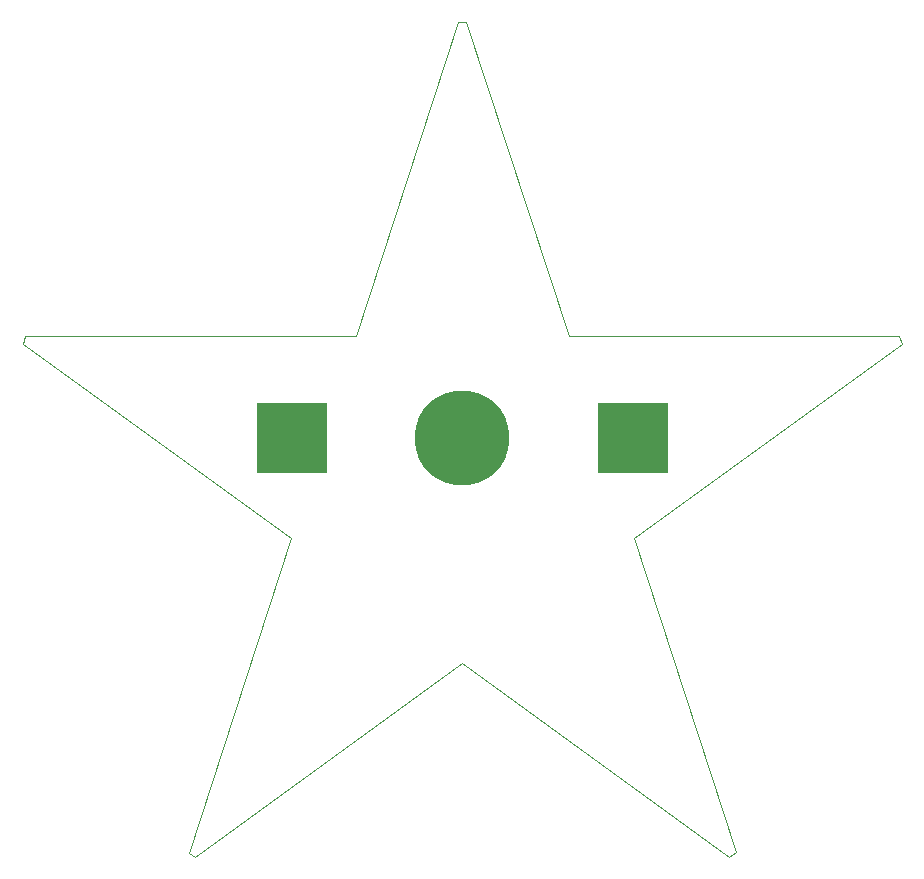
<source format=gbp>
G04 #@! TF.GenerationSoftware,KiCad,Pcbnew,(5.0.0)*
G04 #@! TF.CreationDate,2018-11-25T22:53:08-05:00*
G04 #@! TF.ProjectId,Blink_Badge,426C696E6B5F42616467652E6B696361,B*
G04 #@! TF.SameCoordinates,Original*
G04 #@! TF.FileFunction,Paste,Bot*
G04 #@! TF.FilePolarity,Positive*
%FSLAX46Y46*%
G04 Gerber Fmt 4.6, Leading zero omitted, Abs format (unit mm)*
G04 Created by KiCad (PCBNEW (5.0.0)) date 11/25/18 22:53:08*
%MOMM*%
%LPD*%
G01*
G04 APERTURE LIST*
%ADD10C,0.100000*%
%ADD11R,6.000000X6.000000*%
%ADD12C,8.000000*%
G04 APERTURE END LIST*
D10*
X159900000Y-140450000D02*
X160475000Y-140025000D01*
X114100000Y-140075000D02*
X114625000Y-140475000D01*
X100250000Y-96350000D02*
X100050000Y-96975000D01*
X136950000Y-69700000D02*
X137625000Y-69700000D01*
X174250000Y-96350000D02*
X174475000Y-97025000D01*
X174250000Y-96350000D02*
X146290000Y-96345000D01*
X137290000Y-123995000D02*
X114625000Y-140475000D01*
X159900000Y-140450000D02*
X137290000Y-123995000D01*
X151840000Y-113445000D02*
X160475000Y-140025000D01*
X174475000Y-97025000D02*
X151840000Y-113445000D01*
X122740000Y-113445000D02*
X114100000Y-140075000D01*
X100050000Y-96975000D02*
X122740000Y-113445000D01*
X128290000Y-96345000D02*
X100250000Y-96350000D01*
X136950000Y-69700000D02*
X128290000Y-96345000D01*
X137625000Y-69700000D02*
X146290000Y-96345000D01*
D11*
G04 #@! TO.C,BT1*
X122825000Y-105000000D03*
X151755000Y-105000000D03*
D12*
X137290000Y-105000000D03*
G04 #@! TD*
M02*

</source>
